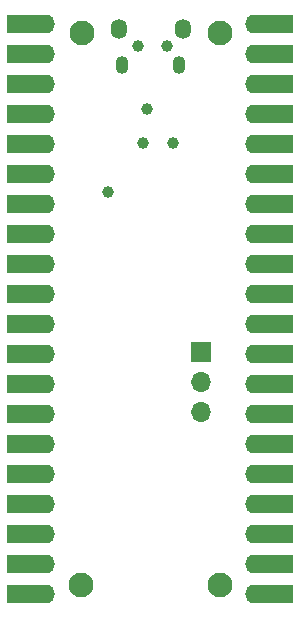
<source format=gbr>
%TF.GenerationSoftware,KiCad,Pcbnew,7.0.7*%
%TF.CreationDate,2023-10-12T13:18:42+07:00*%
%TF.ProjectId,Pico2040-Modular-Rev3-W,5069636f-3230-4343-902d-4d6f64756c61,rev?*%
%TF.SameCoordinates,Original*%
%TF.FileFunction,Soldermask,Bot*%
%TF.FilePolarity,Negative*%
%FSLAX46Y46*%
G04 Gerber Fmt 4.6, Leading zero omitted, Abs format (unit mm)*
G04 Created by KiCad (PCBNEW 7.0.7) date 2023-10-12 13:18:42*
%MOMM*%
%LPD*%
G01*
G04 APERTURE LIST*
%ADD10R,1.700000X1.700000*%
%ADD11O,1.700000X1.700000*%
%ADD12C,2.100000*%
%ADD13R,3.200000X1.600000*%
%ADD14O,1.700000X1.600000*%
%ADD15O,1.350000X1.700000*%
%ADD16O,1.100000X1.500000*%
%ADD17C,1.000000*%
G04 APERTURE END LIST*
D10*
%TO.C,J4*%
X84810000Y-49090000D03*
D11*
X84810000Y-51630000D03*
X84810000Y-54170000D03*
%TD*%
D12*
%TO.C,REF\u002A\u002A*%
X74600000Y-68800000D03*
%TD*%
D13*
%TO.C,J2*%
X69990000Y-21300000D03*
D14*
X71600000Y-21300000D03*
D13*
X69990000Y-23840000D03*
D14*
X71600000Y-23840000D03*
D13*
X69990000Y-26380000D03*
D14*
X71600000Y-26380000D03*
D13*
X69990000Y-28920000D03*
D14*
X71600000Y-28920000D03*
D13*
X69990000Y-31460000D03*
D14*
X71600000Y-31460000D03*
D13*
X69990000Y-34000000D03*
D14*
X71600000Y-34000000D03*
D13*
X69990000Y-36540000D03*
D14*
X71600000Y-36540000D03*
D13*
X69990000Y-39080000D03*
D14*
X71600000Y-39080000D03*
D13*
X69990000Y-41620000D03*
D14*
X71600000Y-41620000D03*
D13*
X69990000Y-44160000D03*
D14*
X71600000Y-44160000D03*
D13*
X69990000Y-46700000D03*
D14*
X71600000Y-46700000D03*
D13*
X69990000Y-49240000D03*
D14*
X71600000Y-49240000D03*
D13*
X69990000Y-51780000D03*
D14*
X71600000Y-51780000D03*
D13*
X69990000Y-54320000D03*
D14*
X71600000Y-54320000D03*
D13*
X69990000Y-56860000D03*
D14*
X71600000Y-56860000D03*
D13*
X69990000Y-59400000D03*
D14*
X71600000Y-59400000D03*
D13*
X69990000Y-61940000D03*
D14*
X71600000Y-61940000D03*
D13*
X69990000Y-64480000D03*
D14*
X71600000Y-64480000D03*
D13*
X69990000Y-67020000D03*
D14*
X71600000Y-67020000D03*
D13*
X69990000Y-69560000D03*
D14*
X71600000Y-69560000D03*
%TD*%
D15*
%TO.C,J1*%
X83290000Y-21770000D03*
D16*
X82980000Y-24770000D03*
X78140000Y-24770000D03*
D15*
X77830000Y-21770000D03*
%TD*%
D12*
%TO.C,REF\u002A\u002A*%
X86400000Y-68800000D03*
%TD*%
%TO.C,REF\u002A\u002A*%
X74700000Y-22100000D03*
%TD*%
%TO.C,REF\u002A\u002A*%
X86400000Y-22100000D03*
%TD*%
D17*
%TO.C,TP4*%
X76900000Y-35500000D03*
%TD*%
%TO.C,TP5*%
X79900000Y-31400000D03*
%TD*%
D13*
%TO.C,J3*%
X91000000Y-21300000D03*
D14*
X89390000Y-21300000D03*
D13*
X91000000Y-23840000D03*
D14*
X89390000Y-23840000D03*
D13*
X91000000Y-26380000D03*
D14*
X89390000Y-26380000D03*
D13*
X91000000Y-28920000D03*
D14*
X89390000Y-28920000D03*
D13*
X91000000Y-31460000D03*
D14*
X89390000Y-31460000D03*
D13*
X91000000Y-34000000D03*
D14*
X89390000Y-34000000D03*
D13*
X91000000Y-36540000D03*
D14*
X89390000Y-36540000D03*
D13*
X91000000Y-39080000D03*
D14*
X89390000Y-39080000D03*
D13*
X91000000Y-41620000D03*
D14*
X89390000Y-41620000D03*
D13*
X91000000Y-44160000D03*
D14*
X89390000Y-44160000D03*
D13*
X91000000Y-46700000D03*
D14*
X89390000Y-46700000D03*
D13*
X91000000Y-49240000D03*
D14*
X89390000Y-49240000D03*
D13*
X91000000Y-51780000D03*
D14*
X89390000Y-51780000D03*
D13*
X91000000Y-54320000D03*
D14*
X89390000Y-54320000D03*
D13*
X91000000Y-56860000D03*
D14*
X89390000Y-56860000D03*
D13*
X91000000Y-59400000D03*
D14*
X89390000Y-59400000D03*
D13*
X91000000Y-61940000D03*
D14*
X89390000Y-61940000D03*
D13*
X91000000Y-64480000D03*
D14*
X89390000Y-64480000D03*
D13*
X91000000Y-67020000D03*
D14*
X89390000Y-67020000D03*
D13*
X91000000Y-69560000D03*
D14*
X89390000Y-69560000D03*
%TD*%
D17*
%TO.C,TP1*%
X79500000Y-23200000D03*
%TD*%
%TO.C,TP3*%
X80200000Y-28500000D03*
%TD*%
%TO.C,TP6*%
X82400000Y-31400000D03*
%TD*%
%TO.C,TP2*%
X81900000Y-23200000D03*
%TD*%
M02*

</source>
